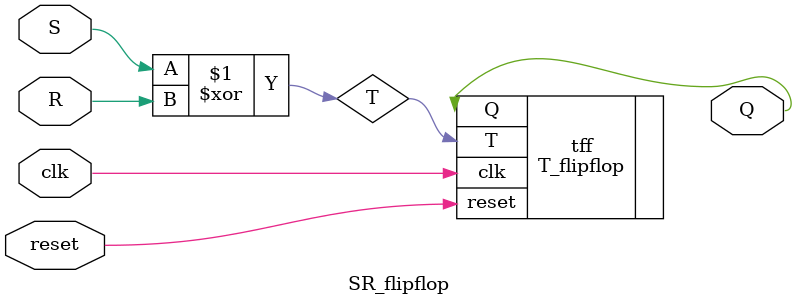
<source format=v>
`timescale 1ns / 1ps

module SR_flipflop (
    input S, R, clk, reset,
    output Q
);
    wire T;
    assign T = S ^ R; // T is high when S and R are different
    T_flipflop tff (.T(T), .clk(clk), .reset(reset), .Q(Q));
endmodule


</source>
